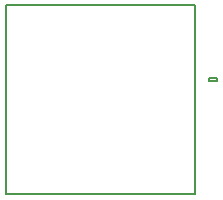
<source format=gto>
G04 #@! TF.GenerationSoftware,KiCad,Pcbnew,no-vcs-found-a20cce0~59~ubuntu16.04.1*
G04 #@! TF.CreationDate,2017-08-21T15:18:52+01:00*
G04 #@! TF.ProjectId,okgo2usbcontrol,6F6B676F32757362636F6E74726F6C2E,rev?*
G04 #@! TF.SameCoordinates,Original*
G04 #@! TF.FileFunction,Legend,Top*
G04 #@! TF.FilePolarity,Positive*
%FSLAX46Y46*%
G04 Gerber Fmt 4.6, Leading zero omitted, Abs format (unit mm)*
G04 Created by KiCad (PCBNEW no-vcs-found-a20cce0~59~ubuntu16.04.1) date Mon Aug 21 15:18:52 2017*
%MOMM*%
%LPD*%
G01*
G04 APERTURE LIST*
%ADD10C,0.150000*%
G04 APERTURE END LIST*
D10*
X124825000Y-110425000D02*
X124175000Y-110425000D01*
X124825000Y-110175000D02*
X124825000Y-110425000D01*
X124175000Y-110175000D02*
X124825000Y-110175000D01*
X124175000Y-110425000D02*
X124175000Y-110175000D01*
X107000000Y-120000000D02*
X107000000Y-104000000D01*
X107000000Y-104000000D02*
X123000000Y-104000000D01*
X123000000Y-104000000D02*
X123000000Y-120000000D01*
X123000000Y-120000000D02*
X107000000Y-120000000D01*
M02*

</source>
